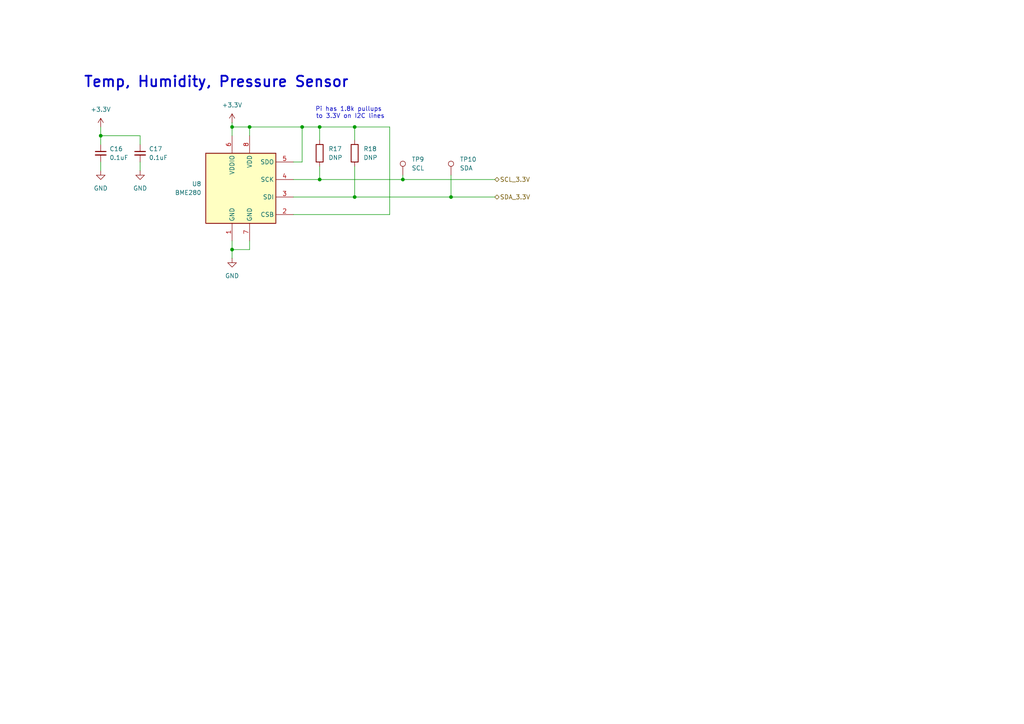
<source format=kicad_sch>
(kicad_sch (version 20250114) (generator "eeschema") (generator_version "9.0")
  (paper "A4")
  (lib_symbols
    (symbol "Connector:TestPoint" (pin_numbers (hide yes)) (pin_names (offset 0.762) (hide yes))
      (property "Reference" "TP" (at 0 6.858 0))
      (property "Value" "TestPoint" (at 0 5.08 0))
      (symbol "TestPoint_0_1"
        (circle (center 0 3.302) (radius 0.762))
      )
      (symbol "TestPoint_1_1"
        (pin passive line (at 0 0 90) (length 2.54) (name "1") (number "1"))
      )
    )
    (symbol "Device:C_Small" (pin_numbers (hide yes)) (pin_names (offset 0.254) (hide yes))
      (property "Reference" "C" (at 0.254 1.778 0))
      (property "Value" "C_Small" (at 0.254 -2.032 0))
      (symbol "C_Small_0_1"
        (polyline (pts (xy -1.524 0.508) (xy 1.524 0.508)) (stroke (width 0.3048)))
        (polyline (pts (xy -1.524 -0.508) (xy 1.524 -0.508)) (stroke (width 0.3302)))
      )
      (symbol "C_Small_1_1"
        (pin passive line (at 0 2.54 270) (length 2.032) (name "~") (number "1"))
        (pin passive line (at 0 -2.54 90) (length 2.032) (name "~") (number "2"))
      )
    )
    (symbol "Device:R" (pin_numbers (hide yes)) (pin_names (offset 0))
      (property "Reference" "R" (at 2.032 0 90))
      (property "Value" "R" (at 0 0 90))
      (symbol "R_0_1"
        (rectangle (start -1.016 -2.54) (end 1.016 2.54) (stroke (width 0.254)))
      )
      (symbol "R_1_1"
        (pin passive line (at 0 3.81 270) (length 1.27) (name "~") (number "1"))
        (pin passive line (at 0 -3.81 90) (length 1.27) (name "~") (number "2"))
      )
    )
    (symbol "Sensor:BME280"
      (property "Reference" "U" (at -8.89 11.43 0))
      (property "Value" "BME280" (at 7.62 11.43 0))
      (symbol "BME280_0_1"
        (rectangle (start -10.16 10.16) (end 10.16 -10.16) (stroke (width 0.254)) (fill (type background)))
      )
      (symbol "BME280_1_1"
        (pin power_in line (at -2.54 15.24 270) (length 5.08) (name "VDDIO") (number "6"))
        (pin power_in line (at -2.54 -15.24 90) (length 5.08) (name "GND") (number "1"))
        (pin power_in line (at 2.54 15.24 270) (length 5.08) (name "VDD") (number "8"))
        (pin power_in line (at 2.54 -15.24 90) (length 5.08) (name "GND") (number "7"))
        (pin bidirectional line (at 15.24 7.62 180) (length 5.08) (name "SDO") (number "5"))
        (pin input line (at 15.24 2.54 180) (length 5.08) (name "SCK") (number "4"))
        (pin bidirectional line (at 15.24 -2.54 180) (length 5.08) (name "SDI") (number "3"))
        (pin input line (at 15.24 -7.62 180) (length 5.08) (name "CSB") (number "2"))
      )
    )
    (symbol "power:+3.3V" (power) (pin_numbers (hide yes)) (pin_names (offset 0) (hide yes))
      (property "Value" "+3.3V" (at 0 3.556 0))
      (symbol "+3.3V_0_1"
        (polyline (pts (xy -0.762 1.27) (xy 0 2.54)))
        (polyline (pts (xy 0 2.54) (xy 0.762 1.27)))
        (polyline (pts (xy 0 0) (xy 0 2.54)))
      )
      (symbol "+3.3V_1_1"
        (pin power_in line (at 0 0 90) (length 0) (name "~") (number "1"))
      )
    )
    (symbol "power:GND" (power) (pin_numbers (hide yes)) (pin_names (offset 0) (hide yes))
      (property "Value" "GND" (at 0 -3.81 0))
      (symbol "GND_0_1"
        (polyline (pts (xy 0 0) (xy 0 -1.27) (xy 1.27 -1.27) (xy 0 -2.54) (xy -1.27 -1.27) (xy 0 -1.27)))
      )
      (symbol "GND_1_1"
        (pin power_in line (at 0 0 270) (length 0) (name "~") (number "1"))
      )
    )
  )
  (text "Pi has 1.8k pullups \nto 3.3V on I2C lines" (at 101.6 32.766 0) (effects (font (size 1.27 1.27))))
  (text "Temp, Humidity, Pressure Sensor" (at 62.738 23.876 0) (effects (font (size 3.048 3.048) (thickness 0.508) (bold yes))))
  (junction (at 102.87 36.83))
  (junction (at 92.71 36.83))
  (junction (at 67.31 36.83))
  (junction (at 102.87 57.15))
  (junction (at 92.71 52.07))
  (junction (at 67.31 72.39))
  (junction (at 116.84 52.07))
  (junction (at 72.39 36.83))
  (junction (at 87.63 36.83))
  (junction (at 130.81 57.15))
  (junction (at 29.21 39.37))
  (wire (pts (xy 130.81 57.15) (xy 143.51 57.15)))
  (wire (pts (xy 92.71 36.83) (xy 102.87 36.83)))
  (wire (pts (xy 113.03 62.23) (xy 85.09 62.23)))
  (wire (pts (xy 40.64 39.37) (xy 40.64 41.91)))
  (wire (pts (xy 102.87 36.83) (xy 113.03 36.83)))
  (wire (pts (xy 85.09 46.99) (xy 87.63 46.99)))
  (wire (pts (xy 40.64 46.99) (xy 40.64 49.53)))
  (wire (pts (xy 72.39 72.39) (xy 72.39 69.85)))
  (wire (pts (xy 72.39 36.83) (xy 87.63 36.83)))
  (wire (pts (xy 72.39 36.83) (xy 72.39 39.37)))
  (wire (pts (xy 85.09 57.15) (xy 102.87 57.15)))
  (wire (pts (xy 116.84 52.07) (xy 143.51 52.07)))
  (wire (pts (xy 102.87 57.15) (xy 130.81 57.15)))
  (wire (pts (xy 29.21 39.37) (xy 29.21 41.91)))
  (wire (pts (xy 67.31 72.39) (xy 72.39 72.39)))
  (wire (pts (xy 87.63 36.83) (xy 92.71 36.83)))
  (wire (pts (xy 92.71 52.07) (xy 116.84 52.07)))
  (wire (pts (xy 102.87 48.26) (xy 102.87 57.15)))
  (wire (pts (xy 67.31 35.56) (xy 67.31 36.83)))
  (wire (pts (xy 67.31 72.39) (xy 67.31 74.93)))
  (wire (pts (xy 29.21 39.37) (xy 40.64 39.37)))
  (wire (pts (xy 87.63 36.83) (xy 87.63 46.99)))
  (wire (pts (xy 85.09 52.07) (xy 92.71 52.07)))
  (wire (pts (xy 29.21 46.99) (xy 29.21 49.53)))
  (wire (pts (xy 116.84 50.8) (xy 116.84 52.07)))
  (wire (pts (xy 67.31 36.83) (xy 67.31 39.37)))
  (wire (pts (xy 29.21 36.83) (xy 29.21 39.37)))
  (wire (pts (xy 67.31 36.83) (xy 72.39 36.83)))
  (wire (pts (xy 92.71 48.26) (xy 92.71 52.07)))
  (wire (pts (xy 67.31 69.85) (xy 67.31 72.39)))
  (wire (pts (xy 92.71 36.83) (xy 92.71 40.64)))
  (wire (pts (xy 102.87 36.83) (xy 102.87 40.64)))
  (wire (pts (xy 113.03 36.83) (xy 113.03 62.23)))
  (wire (pts (xy 130.81 50.8) (xy 130.81 57.15)))
  (hierarchical_label "SCL_3.3V" (shape bidirectional) (at 143.51 52.07 0))
  (hierarchical_label "SDA_3.3V" (shape bidirectional) (at 143.51 57.15 0))
  (symbol (lib_id "power:+3.3V") (at 67.31 35.56 0) (unit 1)
    (property "Reference" "#PWR058" (effects (hide yes)))
    (property "Value" "+3.3V" (at 67.31 30.48 0))
    (property "Description" "Power symbol creates a global label with name \"+3.3V\"" (effects (hide yes)))
  )
  (symbol (lib_id "power:+3.3V") (at 29.21 36.83 0) (unit 1)
    (property "Reference" "#PWR055" (effects (hide yes)))
    (property "Value" "+3.3V" (at 29.21 31.75 0))
    (property "Description" "Power symbol creates a global label with name \"+3.3V\"" (effects (hide yes)))
  )
  (symbol (lib_id "Device:R") (at 92.71 44.45 0) (unit 1)
    (property "Reference" "R17" (at 95.25 43.1799 0) (effects (justify left)))
    (property "Value" "DNP" (at 95.25 45.7199 0) (effects (justify left)))
    (property "Footprint" "Resistor_SMD:R_0603_1608Metric" (effects (hide yes)))
    (property "Description" "Resistor" (effects (hide yes)))
  )
  (symbol (lib_id "Device:C_Small") (at 40.64 44.45 0) (unit 1)
    (property "Reference" "C17" (at 43.18 43.1862 0) (effects (justify left)))
    (property "Value" "0.1uF" (at 43.18 45.7262 0) (effects (justify left)))
    (property "Footprint" "Capacitor_SMD:C_0603_1608Metric" (effects (hide yes)))
    (property "Description" "Unpolarized capacitor, small symbol" (effects (hide yes)))
  )
  (symbol (lib_id "Sensor:BME280") (at 69.85 54.61 0) (unit 1)
    (property "Reference" "U8" (at 58.42 53.3399 0) (effects (justify right)))
    (property "Value" "BME280" (at 58.42 55.8799 0) (effects (justify right)))
    (property "Footprint" "Package_LGA:Bosch_LGA-8_2.5x2.5mm_P0.65mm_ClockwisePinNumbering" (effects (hide yes)))
    (property "Datasheet" "https://www.bosch-sensortec.com/media/boschsensortec/downloads/datasheets/bst-bme280-ds002.pdf" (effects (hide yes)))
    (property "Description" "3-in-1 sensor, humidity, pressure, temperature, I2C and SPI interface, 1.71-3.6V, LGA-8" (effects (hide yes)))
  )
  (symbol (lib_id "power:GND") (at 67.31 74.93 0) (unit 1)
    (property "Reference" "#PWR059" (effects (hide yes)))
    (property "Value" "GND" (at 67.31 80.01 0))
    (property "Description" "Power symbol creates a global label with name \"GND\" , ground" (effects (hide yes)))
  )
  (symbol (lib_id "Device:C_Small") (at 29.21 44.45 0) (unit 1)
    (property "Reference" "C16" (at 31.75 43.1862 0) (effects (justify left)))
    (property "Value" "0.1uF" (at 31.75 45.7262 0) (effects (justify left)))
    (property "Footprint" "Capacitor_SMD:C_0603_1608Metric" (effects (hide yes)))
    (property "Description" "Unpolarized capacitor, small symbol" (effects (hide yes)))
  )
  (symbol (lib_id "Connector:TestPoint") (at 116.84 50.8 0) (unit 1)
    (property "Reference" "TP9" (at 119.38 46.2279 0) (effects (justify left)))
    (property "Value" "SCL" (at 119.38 48.7679 0) (effects (justify left)))
    (property "Footprint" "TestPoint:TestPoint_Pad_D1.0mm" (effects (hide yes)))
    (property "Description" "test point" (effects (hide yes)))
  )
  (symbol (lib_id "power:GND") (at 29.21 49.53 0) (unit 1)
    (property "Reference" "#PWR056" (effects (hide yes)))
    (property "Value" "GND" (at 29.21 54.61 0))
    (property "Description" "Power symbol creates a global label with name \"GND\" , ground" (effects (hide yes)))
  )
  (symbol (lib_id "power:GND") (at 40.64 49.53 0) (unit 1)
    (property "Reference" "#PWR057" (effects (hide yes)))
    (property "Value" "GND" (at 40.64 54.61 0))
    (property "Description" "Power symbol creates a global label with name \"GND\" , ground" (effects (hide yes)))
  )
  (symbol (lib_id "Device:R") (at 102.87 44.45 0) (unit 1)
    (property "Reference" "R18" (at 105.41 43.1799 0) (effects (justify left)))
    (property "Value" "DNP" (at 105.41 45.7199 0) (effects (justify left)))
    (property "Footprint" "Resistor_SMD:R_0603_1608Metric" (effects (hide yes)))
    (property "Description" "Resistor" (effects (hide yes)))
  )
  (symbol (lib_id "Connector:TestPoint") (at 130.81 50.8 0) (unit 1)
    (property "Reference" "TP10" (at 133.35 46.2279 0) (effects (justify left)))
    (property "Value" "SDA" (at 133.35 48.7679 0) (effects (justify left)))
    (property "Footprint" "TestPoint:TestPoint_Pad_D1.0mm" (effects (hide yes)))
    (property "Description" "test point" (effects (hide yes)))
  )
)
</source>
